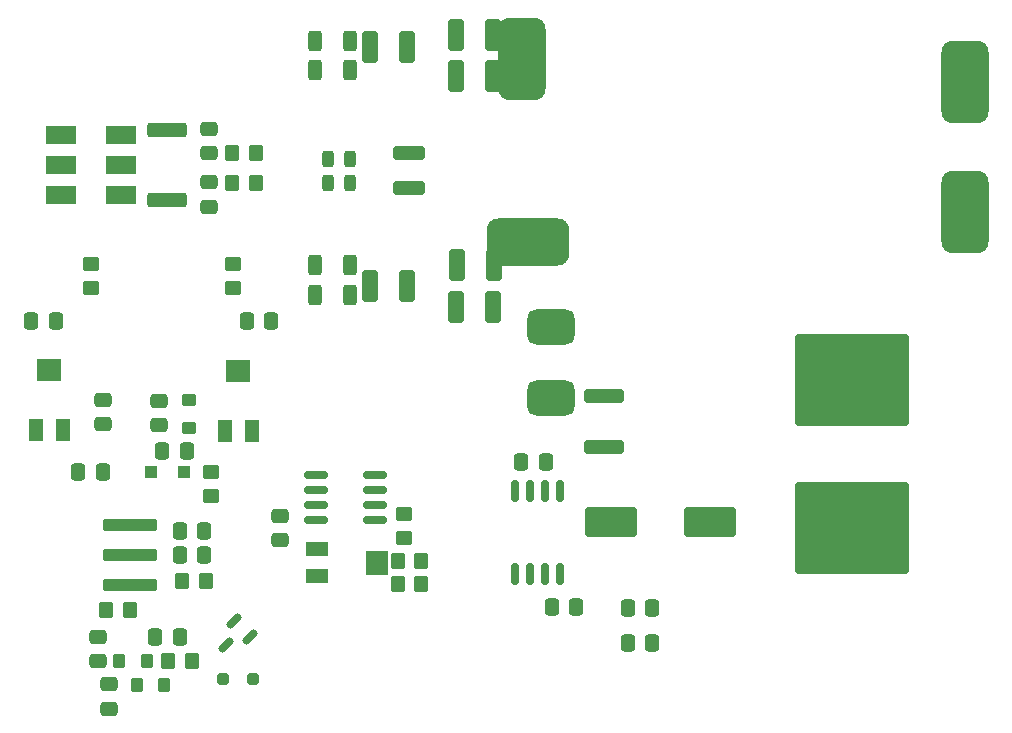
<source format=gtp>
G04 #@! TF.GenerationSoftware,KiCad,Pcbnew,8.0.4*
G04 #@! TF.CreationDate,2024-11-19T14:33:49+01:00*
G04 #@! TF.ProjectId,MUNIN 100,4d554e49-4e20-4313-9030-2e6b69636164,0*
G04 #@! TF.SameCoordinates,Original*
G04 #@! TF.FileFunction,Paste,Top*
G04 #@! TF.FilePolarity,Positive*
%FSLAX46Y46*%
G04 Gerber Fmt 4.6, Leading zero omitted, Abs format (unit mm)*
G04 Created by KiCad (PCBNEW 8.0.4) date 2024-11-19 14:33:49*
%MOMM*%
%LPD*%
G01*
G04 APERTURE LIST*
G04 Aperture macros list*
%AMRoundRect*
0 Rectangle with rounded corners*
0 $1 Rounding radius*
0 $2 $3 $4 $5 $6 $7 $8 $9 X,Y pos of 4 corners*
0 Add a 4 corners polygon primitive as box body*
4,1,4,$2,$3,$4,$5,$6,$7,$8,$9,$2,$3,0*
0 Add four circle primitives for the rounded corners*
1,1,$1+$1,$2,$3*
1,1,$1+$1,$4,$5*
1,1,$1+$1,$6,$7*
1,1,$1+$1,$8,$9*
0 Add four rect primitives between the rounded corners*
20,1,$1+$1,$2,$3,$4,$5,0*
20,1,$1+$1,$4,$5,$6,$7,0*
20,1,$1+$1,$6,$7,$8,$9,0*
20,1,$1+$1,$8,$9,$2,$3,0*%
G04 Aperture macros list end*
%ADD10RoundRect,0.250000X0.475000X-0.337500X0.475000X0.337500X-0.475000X0.337500X-0.475000X-0.337500X0*%
%ADD11RoundRect,0.250000X-0.450000X0.350000X-0.450000X-0.350000X0.450000X-0.350000X0.450000X0.350000X0*%
%ADD12RoundRect,0.150000X0.825000X0.150000X-0.825000X0.150000X-0.825000X-0.150000X0.825000X-0.150000X0*%
%ADD13RoundRect,0.250000X0.337500X0.475000X-0.337500X0.475000X-0.337500X-0.475000X0.337500X-0.475000X0*%
%ADD14RoundRect,0.250000X-0.275000X-0.350000X0.275000X-0.350000X0.275000X0.350000X-0.275000X0.350000X0*%
%ADD15RoundRect,0.250000X-0.337500X-0.475000X0.337500X-0.475000X0.337500X0.475000X-0.337500X0.475000X0*%
%ADD16RoundRect,0.250000X-1.450000X0.312500X-1.450000X-0.312500X1.450000X-0.312500X1.450000X0.312500X0*%
%ADD17RoundRect,0.250000X-0.412500X-1.100000X0.412500X-1.100000X0.412500X1.100000X-0.412500X1.100000X0*%
%ADD18RoundRect,0.250000X-0.475000X0.337500X-0.475000X-0.337500X0.475000X-0.337500X0.475000X0.337500X0*%
%ADD19RoundRect,0.250000X-0.350000X-0.450000X0.350000X-0.450000X0.350000X0.450000X-0.350000X0.450000X0*%
%ADD20RoundRect,0.150000X0.150000X-0.800000X0.150000X0.800000X-0.150000X0.800000X-0.150000X-0.800000X0*%
%ADD21RoundRect,0.250000X-0.312500X-0.625000X0.312500X-0.625000X0.312500X0.625000X-0.312500X0.625000X0*%
%ADD22RoundRect,0.250000X-1.950000X-1.000000X1.950000X-1.000000X1.950000X1.000000X-1.950000X1.000000X0*%
%ADD23RoundRect,0.250000X2.050000X0.300000X-2.050000X0.300000X-2.050000X-0.300000X2.050000X-0.300000X0*%
%ADD24RoundRect,0.250000X0.250000X0.250000X-0.250000X0.250000X-0.250000X-0.250000X0.250000X-0.250000X0*%
%ADD25RoundRect,0.250000X-1.100000X0.325000X-1.100000X-0.325000X1.100000X-0.325000X1.100000X0.325000X0*%
%ADD26RoundRect,0.243750X0.243750X0.456250X-0.243750X0.456250X-0.243750X-0.456250X0.243750X-0.456250X0*%
%ADD27RoundRect,0.249998X4.550002X-3.650002X4.550002X3.650002X-4.550002X3.650002X-4.550002X-3.650002X0*%
%ADD28R,1.900000X1.300000*%
%ADD29R,1.900000X2.000000*%
%ADD30R,1.300000X1.900000*%
%ADD31R,2.000000X1.900000*%
%ADD32RoundRect,0.250000X0.350000X0.450000X-0.350000X0.450000X-0.350000X-0.450000X0.350000X-0.450000X0*%
%ADD33RoundRect,0.250000X0.300000X0.300000X-0.300000X0.300000X-0.300000X-0.300000X0.300000X-0.300000X0*%
%ADD34RoundRect,1.000000X2.500000X-1.000000X2.500000X1.000000X-2.500000X1.000000X-2.500000X-1.000000X0*%
%ADD35RoundRect,1.000000X1.000000X-2.500000X1.000000X2.500000X-1.000000X2.500000X-1.000000X-2.500000X0*%
%ADD36RoundRect,0.150000X0.309359X0.521491X-0.521491X-0.309359X-0.309359X-0.521491X0.521491X0.309359X0*%
%ADD37R,2.540000X1.650000*%
%ADD38RoundRect,0.250000X-1.425000X0.362500X-1.425000X-0.362500X1.425000X-0.362500X1.425000X0.362500X0*%
%ADD39RoundRect,0.750000X-1.250000X-0.750000X1.250000X-0.750000X1.250000X0.750000X-1.250000X0.750000X0*%
%ADD40RoundRect,0.250000X-0.350000X0.275000X-0.350000X-0.275000X0.350000X-0.275000X0.350000X0.275000X0*%
G04 APERTURE END LIST*
D10*
X59100000Y-145537500D03*
X59100000Y-143462500D03*
D11*
X58500000Y-111900000D03*
X58500000Y-113900000D03*
D12*
X82575000Y-133605000D03*
X82575000Y-132335000D03*
X82575000Y-131065000D03*
X82575000Y-129795000D03*
X77625000Y-129795000D03*
X77625000Y-131065000D03*
X77625000Y-132335000D03*
X77625000Y-133605000D03*
D13*
X73787500Y-116750000D03*
X71712500Y-116750000D03*
D14*
X60950000Y-145500000D03*
X63250000Y-145500000D03*
D15*
X57462500Y-129500000D03*
X59537500Y-129500000D03*
D16*
X102000000Y-123112500D03*
X102000000Y-127387500D03*
D17*
X89500000Y-112000000D03*
X92625000Y-112000000D03*
D18*
X64299000Y-123462500D03*
X64299000Y-125537500D03*
D13*
X97037500Y-128645900D03*
X94962500Y-128645900D03*
D17*
X89437500Y-92500000D03*
X92562500Y-92500000D03*
D18*
X74500000Y-133212500D03*
X74500000Y-135287500D03*
D17*
X89437500Y-115500000D03*
X92562500Y-115500000D03*
D19*
X66250000Y-138750000D03*
X68250000Y-138750000D03*
D11*
X70600000Y-111900000D03*
X70600000Y-113900000D03*
D20*
X94451000Y-138120700D03*
X95721000Y-138120700D03*
X96991000Y-138120700D03*
X98261000Y-138120700D03*
X98261000Y-131120700D03*
X96991000Y-131120700D03*
X95721000Y-131120700D03*
X94451000Y-131120700D03*
D21*
X77537500Y-114514600D03*
X80462500Y-114514600D03*
D22*
X102550000Y-133750000D03*
X110950000Y-133750000D03*
D23*
X61875000Y-139040000D03*
X61875000Y-136500000D03*
X61875000Y-133960000D03*
D24*
X72250000Y-147000000D03*
X69750000Y-147000000D03*
D25*
X85500000Y-102525000D03*
X85500000Y-105475000D03*
D13*
X106037500Y-144000000D03*
X103962500Y-144000000D03*
D26*
X80437500Y-103000000D03*
X78562500Y-103000000D03*
D15*
X66062500Y-134500000D03*
X68137500Y-134500000D03*
D27*
X123000000Y-134250000D03*
X123000000Y-121750000D03*
D17*
X82187500Y-93500000D03*
X85312500Y-93500000D03*
D21*
X77537500Y-93000000D03*
X80462500Y-93000000D03*
D18*
X68500000Y-100462500D03*
X68500000Y-102537500D03*
D28*
X77650000Y-136050000D03*
D29*
X82750000Y-137200000D03*
D28*
X77650000Y-138350000D03*
D30*
X53850000Y-125950000D03*
D31*
X55000000Y-120850000D03*
D30*
X56150000Y-125950000D03*
D32*
X86500000Y-139000000D03*
X84500000Y-139000000D03*
D13*
X66037500Y-143500000D03*
X63962500Y-143500000D03*
D15*
X53462500Y-116750000D03*
X55537500Y-116750000D03*
D33*
X66400000Y-129541400D03*
X63600000Y-129541400D03*
D13*
X99637500Y-140900000D03*
X97562500Y-140900000D03*
D26*
X80437500Y-105000000D03*
X78562500Y-105000000D03*
D34*
X95500000Y-110000000D03*
D35*
X132500000Y-107500000D03*
X132500000Y-96500000D03*
X95000000Y-94500000D03*
D17*
X89437500Y-96000000D03*
X92562500Y-96000000D03*
D13*
X66637500Y-127700000D03*
X64562500Y-127700000D03*
D21*
X77537500Y-95438400D03*
X80462500Y-95438400D03*
D19*
X70500000Y-105000000D03*
X72500000Y-105000000D03*
D36*
X72000000Y-143500000D03*
X70656497Y-142156497D03*
X70002423Y-144154074D03*
D14*
X62450000Y-147500000D03*
X64750000Y-147500000D03*
D37*
X61040000Y-106040000D03*
X61040000Y-103500000D03*
X61040000Y-100960000D03*
X55960000Y-100960000D03*
X55960000Y-103500000D03*
X55960000Y-106040000D03*
D11*
X85000000Y-133100000D03*
X85000000Y-135100000D03*
D10*
X60100000Y-149537500D03*
X60100000Y-147462500D03*
D11*
X68700000Y-129500000D03*
X68700000Y-131500000D03*
D15*
X66062500Y-136500000D03*
X68137500Y-136500000D03*
D13*
X106037500Y-141000000D03*
X103962500Y-141000000D03*
D19*
X65100000Y-145500000D03*
X67100000Y-145500000D03*
X84500000Y-137000000D03*
X86500000Y-137000000D03*
D38*
X65000000Y-100537500D03*
X65000000Y-106462500D03*
D10*
X68500000Y-107037500D03*
X68500000Y-104962500D03*
D21*
X77537500Y-112000000D03*
X80462500Y-112000000D03*
D19*
X59800000Y-141200000D03*
X61800000Y-141200000D03*
D39*
X97500000Y-117250000D03*
X97500000Y-123250000D03*
D17*
X82187500Y-113750000D03*
X85312500Y-113750000D03*
D30*
X69850000Y-126050000D03*
D31*
X71000000Y-120950000D03*
D30*
X72150000Y-126050000D03*
D19*
X70500000Y-102500000D03*
X72500000Y-102500000D03*
D18*
X59549200Y-123398500D03*
X59549200Y-125473500D03*
D40*
X66839000Y-123438400D03*
X66839000Y-125738400D03*
M02*

</source>
